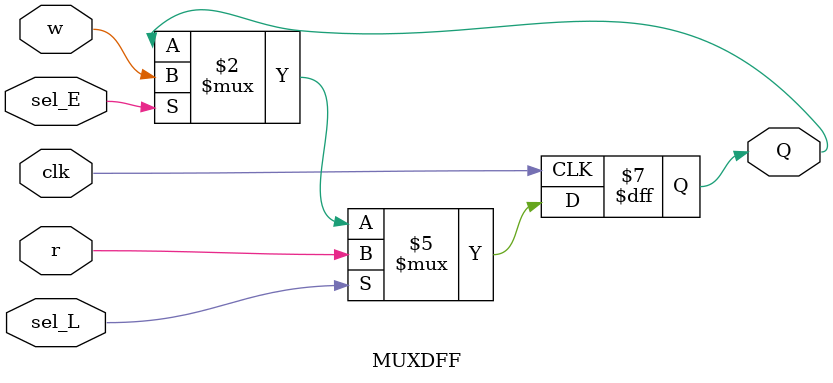
<source format=v>
module top_module (
    input [3:0] SW,
    input [3:0] KEY,
    output [3:0] LEDR
); //

    genvar i;
    generate
        for(i=0;i<4;i++)begin: gen_dff//Always name the generate_for loop to declare the name space of instances;
        //for example, this will generate four instances:   gen_dff[0].dff
                                                        //  gen_dff[1].dff
                                                        //  gen_dff[2].dff
                                                        //  gen_dff[3].dff
        //So that there won't be four module instances with the same name.
        // 4-bit shift register with parallel load and enable control.
            MUXDFF  dff(
                .clk(KEY[0]), 
                .sel_E(KEY[1]), 
                .sel_L(KEY[2]), 
                .w((i==3)?KEY[3]:LEDR[i+1]), 
                .r(SW[i]), 
                .Q(LEDR[i])
            );
        end
    endgenerate
    
endmodule

module MUXDFF (
    input   clk,
    input   sel_E,
    input   sel_L,
    input   w,
    input   r,
    output  reg Q
    );

    always@(posedge clk)
    begin

       if(sel_L)        Q<=r;
       else if(sel_E)   Q<=w;

    end

endmodule

</source>
